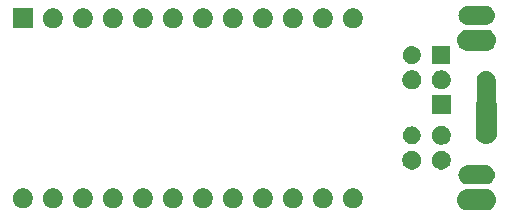
<source format=gbr>
G04 #@! TF.GenerationSoftware,KiCad,Pcbnew,(5.1.0-0)*
G04 #@! TF.CreationDate,2019-03-25T02:14:44+01:00*
G04 #@! TF.ProjectId,adapter,61646170-7465-4722-9e6b-696361645f70,rev?*
G04 #@! TF.SameCoordinates,Original*
G04 #@! TF.FileFunction,Soldermask,Bot*
G04 #@! TF.FilePolarity,Negative*
%FSLAX46Y46*%
G04 Gerber Fmt 4.6, Leading zero omitted, Abs format (unit mm)*
G04 Created by KiCad (PCBNEW (5.1.0-0)) date 2019-03-25 02:14:44*
%MOMM*%
%LPD*%
G04 APERTURE LIST*
%ADD10C,0.100000*%
G04 APERTURE END LIST*
D10*
G36*
X84890443Y-54255519D02*
G01*
X84956627Y-54262037D01*
X85126466Y-54313557D01*
X85282991Y-54397222D01*
X85318729Y-54426552D01*
X85420186Y-54509814D01*
X85503448Y-54611271D01*
X85532778Y-54647009D01*
X85616443Y-54803534D01*
X85667963Y-54973373D01*
X85685359Y-55150000D01*
X85667963Y-55326627D01*
X85616443Y-55496466D01*
X85532778Y-55652991D01*
X85503448Y-55688729D01*
X85420186Y-55790186D01*
X85334754Y-55860297D01*
X85282991Y-55902778D01*
X85126466Y-55986443D01*
X84956627Y-56037963D01*
X84890442Y-56044482D01*
X84824260Y-56051000D01*
X83235740Y-56051000D01*
X83169558Y-56044482D01*
X83103373Y-56037963D01*
X82933534Y-55986443D01*
X82777009Y-55902778D01*
X82725246Y-55860297D01*
X82639814Y-55790186D01*
X82556552Y-55688729D01*
X82527222Y-55652991D01*
X82443557Y-55496466D01*
X82392037Y-55326627D01*
X82374641Y-55150000D01*
X82392037Y-54973373D01*
X82443557Y-54803534D01*
X82527222Y-54647009D01*
X82556552Y-54611271D01*
X82639814Y-54509814D01*
X82741271Y-54426552D01*
X82777009Y-54397222D01*
X82933534Y-54313557D01*
X83103373Y-54262037D01*
X83169557Y-54255519D01*
X83235740Y-54249000D01*
X84824260Y-54249000D01*
X84890443Y-54255519D01*
X84890443Y-54255519D01*
G37*
G36*
X73784228Y-54223703D02*
G01*
X73939100Y-54287853D01*
X74078481Y-54380985D01*
X74197015Y-54499519D01*
X74290147Y-54638900D01*
X74354297Y-54793772D01*
X74387000Y-54958184D01*
X74387000Y-55125816D01*
X74354297Y-55290228D01*
X74290147Y-55445100D01*
X74197015Y-55584481D01*
X74078481Y-55703015D01*
X73939100Y-55796147D01*
X73784228Y-55860297D01*
X73619816Y-55893000D01*
X73452184Y-55893000D01*
X73287772Y-55860297D01*
X73132900Y-55796147D01*
X72993519Y-55703015D01*
X72874985Y-55584481D01*
X72781853Y-55445100D01*
X72717703Y-55290228D01*
X72685000Y-55125816D01*
X72685000Y-54958184D01*
X72717703Y-54793772D01*
X72781853Y-54638900D01*
X72874985Y-54499519D01*
X72993519Y-54380985D01*
X73132900Y-54287853D01*
X73287772Y-54223703D01*
X73452184Y-54191000D01*
X73619816Y-54191000D01*
X73784228Y-54223703D01*
X73784228Y-54223703D01*
G37*
G36*
X71244228Y-54223703D02*
G01*
X71399100Y-54287853D01*
X71538481Y-54380985D01*
X71657015Y-54499519D01*
X71750147Y-54638900D01*
X71814297Y-54793772D01*
X71847000Y-54958184D01*
X71847000Y-55125816D01*
X71814297Y-55290228D01*
X71750147Y-55445100D01*
X71657015Y-55584481D01*
X71538481Y-55703015D01*
X71399100Y-55796147D01*
X71244228Y-55860297D01*
X71079816Y-55893000D01*
X70912184Y-55893000D01*
X70747772Y-55860297D01*
X70592900Y-55796147D01*
X70453519Y-55703015D01*
X70334985Y-55584481D01*
X70241853Y-55445100D01*
X70177703Y-55290228D01*
X70145000Y-55125816D01*
X70145000Y-54958184D01*
X70177703Y-54793772D01*
X70241853Y-54638900D01*
X70334985Y-54499519D01*
X70453519Y-54380985D01*
X70592900Y-54287853D01*
X70747772Y-54223703D01*
X70912184Y-54191000D01*
X71079816Y-54191000D01*
X71244228Y-54223703D01*
X71244228Y-54223703D01*
G37*
G36*
X68704228Y-54223703D02*
G01*
X68859100Y-54287853D01*
X68998481Y-54380985D01*
X69117015Y-54499519D01*
X69210147Y-54638900D01*
X69274297Y-54793772D01*
X69307000Y-54958184D01*
X69307000Y-55125816D01*
X69274297Y-55290228D01*
X69210147Y-55445100D01*
X69117015Y-55584481D01*
X68998481Y-55703015D01*
X68859100Y-55796147D01*
X68704228Y-55860297D01*
X68539816Y-55893000D01*
X68372184Y-55893000D01*
X68207772Y-55860297D01*
X68052900Y-55796147D01*
X67913519Y-55703015D01*
X67794985Y-55584481D01*
X67701853Y-55445100D01*
X67637703Y-55290228D01*
X67605000Y-55125816D01*
X67605000Y-54958184D01*
X67637703Y-54793772D01*
X67701853Y-54638900D01*
X67794985Y-54499519D01*
X67913519Y-54380985D01*
X68052900Y-54287853D01*
X68207772Y-54223703D01*
X68372184Y-54191000D01*
X68539816Y-54191000D01*
X68704228Y-54223703D01*
X68704228Y-54223703D01*
G37*
G36*
X66164228Y-54223703D02*
G01*
X66319100Y-54287853D01*
X66458481Y-54380985D01*
X66577015Y-54499519D01*
X66670147Y-54638900D01*
X66734297Y-54793772D01*
X66767000Y-54958184D01*
X66767000Y-55125816D01*
X66734297Y-55290228D01*
X66670147Y-55445100D01*
X66577015Y-55584481D01*
X66458481Y-55703015D01*
X66319100Y-55796147D01*
X66164228Y-55860297D01*
X65999816Y-55893000D01*
X65832184Y-55893000D01*
X65667772Y-55860297D01*
X65512900Y-55796147D01*
X65373519Y-55703015D01*
X65254985Y-55584481D01*
X65161853Y-55445100D01*
X65097703Y-55290228D01*
X65065000Y-55125816D01*
X65065000Y-54958184D01*
X65097703Y-54793772D01*
X65161853Y-54638900D01*
X65254985Y-54499519D01*
X65373519Y-54380985D01*
X65512900Y-54287853D01*
X65667772Y-54223703D01*
X65832184Y-54191000D01*
X65999816Y-54191000D01*
X66164228Y-54223703D01*
X66164228Y-54223703D01*
G37*
G36*
X63624228Y-54223703D02*
G01*
X63779100Y-54287853D01*
X63918481Y-54380985D01*
X64037015Y-54499519D01*
X64130147Y-54638900D01*
X64194297Y-54793772D01*
X64227000Y-54958184D01*
X64227000Y-55125816D01*
X64194297Y-55290228D01*
X64130147Y-55445100D01*
X64037015Y-55584481D01*
X63918481Y-55703015D01*
X63779100Y-55796147D01*
X63624228Y-55860297D01*
X63459816Y-55893000D01*
X63292184Y-55893000D01*
X63127772Y-55860297D01*
X62972900Y-55796147D01*
X62833519Y-55703015D01*
X62714985Y-55584481D01*
X62621853Y-55445100D01*
X62557703Y-55290228D01*
X62525000Y-55125816D01*
X62525000Y-54958184D01*
X62557703Y-54793772D01*
X62621853Y-54638900D01*
X62714985Y-54499519D01*
X62833519Y-54380985D01*
X62972900Y-54287853D01*
X63127772Y-54223703D01*
X63292184Y-54191000D01*
X63459816Y-54191000D01*
X63624228Y-54223703D01*
X63624228Y-54223703D01*
G37*
G36*
X61084228Y-54223703D02*
G01*
X61239100Y-54287853D01*
X61378481Y-54380985D01*
X61497015Y-54499519D01*
X61590147Y-54638900D01*
X61654297Y-54793772D01*
X61687000Y-54958184D01*
X61687000Y-55125816D01*
X61654297Y-55290228D01*
X61590147Y-55445100D01*
X61497015Y-55584481D01*
X61378481Y-55703015D01*
X61239100Y-55796147D01*
X61084228Y-55860297D01*
X60919816Y-55893000D01*
X60752184Y-55893000D01*
X60587772Y-55860297D01*
X60432900Y-55796147D01*
X60293519Y-55703015D01*
X60174985Y-55584481D01*
X60081853Y-55445100D01*
X60017703Y-55290228D01*
X59985000Y-55125816D01*
X59985000Y-54958184D01*
X60017703Y-54793772D01*
X60081853Y-54638900D01*
X60174985Y-54499519D01*
X60293519Y-54380985D01*
X60432900Y-54287853D01*
X60587772Y-54223703D01*
X60752184Y-54191000D01*
X60919816Y-54191000D01*
X61084228Y-54223703D01*
X61084228Y-54223703D01*
G37*
G36*
X58544228Y-54223703D02*
G01*
X58699100Y-54287853D01*
X58838481Y-54380985D01*
X58957015Y-54499519D01*
X59050147Y-54638900D01*
X59114297Y-54793772D01*
X59147000Y-54958184D01*
X59147000Y-55125816D01*
X59114297Y-55290228D01*
X59050147Y-55445100D01*
X58957015Y-55584481D01*
X58838481Y-55703015D01*
X58699100Y-55796147D01*
X58544228Y-55860297D01*
X58379816Y-55893000D01*
X58212184Y-55893000D01*
X58047772Y-55860297D01*
X57892900Y-55796147D01*
X57753519Y-55703015D01*
X57634985Y-55584481D01*
X57541853Y-55445100D01*
X57477703Y-55290228D01*
X57445000Y-55125816D01*
X57445000Y-54958184D01*
X57477703Y-54793772D01*
X57541853Y-54638900D01*
X57634985Y-54499519D01*
X57753519Y-54380985D01*
X57892900Y-54287853D01*
X58047772Y-54223703D01*
X58212184Y-54191000D01*
X58379816Y-54191000D01*
X58544228Y-54223703D01*
X58544228Y-54223703D01*
G37*
G36*
X56004228Y-54223703D02*
G01*
X56159100Y-54287853D01*
X56298481Y-54380985D01*
X56417015Y-54499519D01*
X56510147Y-54638900D01*
X56574297Y-54793772D01*
X56607000Y-54958184D01*
X56607000Y-55125816D01*
X56574297Y-55290228D01*
X56510147Y-55445100D01*
X56417015Y-55584481D01*
X56298481Y-55703015D01*
X56159100Y-55796147D01*
X56004228Y-55860297D01*
X55839816Y-55893000D01*
X55672184Y-55893000D01*
X55507772Y-55860297D01*
X55352900Y-55796147D01*
X55213519Y-55703015D01*
X55094985Y-55584481D01*
X55001853Y-55445100D01*
X54937703Y-55290228D01*
X54905000Y-55125816D01*
X54905000Y-54958184D01*
X54937703Y-54793772D01*
X55001853Y-54638900D01*
X55094985Y-54499519D01*
X55213519Y-54380985D01*
X55352900Y-54287853D01*
X55507772Y-54223703D01*
X55672184Y-54191000D01*
X55839816Y-54191000D01*
X56004228Y-54223703D01*
X56004228Y-54223703D01*
G37*
G36*
X53464228Y-54223703D02*
G01*
X53619100Y-54287853D01*
X53758481Y-54380985D01*
X53877015Y-54499519D01*
X53970147Y-54638900D01*
X54034297Y-54793772D01*
X54067000Y-54958184D01*
X54067000Y-55125816D01*
X54034297Y-55290228D01*
X53970147Y-55445100D01*
X53877015Y-55584481D01*
X53758481Y-55703015D01*
X53619100Y-55796147D01*
X53464228Y-55860297D01*
X53299816Y-55893000D01*
X53132184Y-55893000D01*
X52967772Y-55860297D01*
X52812900Y-55796147D01*
X52673519Y-55703015D01*
X52554985Y-55584481D01*
X52461853Y-55445100D01*
X52397703Y-55290228D01*
X52365000Y-55125816D01*
X52365000Y-54958184D01*
X52397703Y-54793772D01*
X52461853Y-54638900D01*
X52554985Y-54499519D01*
X52673519Y-54380985D01*
X52812900Y-54287853D01*
X52967772Y-54223703D01*
X53132184Y-54191000D01*
X53299816Y-54191000D01*
X53464228Y-54223703D01*
X53464228Y-54223703D01*
G37*
G36*
X50924228Y-54223703D02*
G01*
X51079100Y-54287853D01*
X51218481Y-54380985D01*
X51337015Y-54499519D01*
X51430147Y-54638900D01*
X51494297Y-54793772D01*
X51527000Y-54958184D01*
X51527000Y-55125816D01*
X51494297Y-55290228D01*
X51430147Y-55445100D01*
X51337015Y-55584481D01*
X51218481Y-55703015D01*
X51079100Y-55796147D01*
X50924228Y-55860297D01*
X50759816Y-55893000D01*
X50592184Y-55893000D01*
X50427772Y-55860297D01*
X50272900Y-55796147D01*
X50133519Y-55703015D01*
X50014985Y-55584481D01*
X49921853Y-55445100D01*
X49857703Y-55290228D01*
X49825000Y-55125816D01*
X49825000Y-54958184D01*
X49857703Y-54793772D01*
X49921853Y-54638900D01*
X50014985Y-54499519D01*
X50133519Y-54380985D01*
X50272900Y-54287853D01*
X50427772Y-54223703D01*
X50592184Y-54191000D01*
X50759816Y-54191000D01*
X50924228Y-54223703D01*
X50924228Y-54223703D01*
G37*
G36*
X48384228Y-54223703D02*
G01*
X48539100Y-54287853D01*
X48678481Y-54380985D01*
X48797015Y-54499519D01*
X48890147Y-54638900D01*
X48954297Y-54793772D01*
X48987000Y-54958184D01*
X48987000Y-55125816D01*
X48954297Y-55290228D01*
X48890147Y-55445100D01*
X48797015Y-55584481D01*
X48678481Y-55703015D01*
X48539100Y-55796147D01*
X48384228Y-55860297D01*
X48219816Y-55893000D01*
X48052184Y-55893000D01*
X47887772Y-55860297D01*
X47732900Y-55796147D01*
X47593519Y-55703015D01*
X47474985Y-55584481D01*
X47381853Y-55445100D01*
X47317703Y-55290228D01*
X47285000Y-55125816D01*
X47285000Y-54958184D01*
X47317703Y-54793772D01*
X47381853Y-54638900D01*
X47474985Y-54499519D01*
X47593519Y-54380985D01*
X47732900Y-54287853D01*
X47887772Y-54223703D01*
X48052184Y-54191000D01*
X48219816Y-54191000D01*
X48384228Y-54223703D01*
X48384228Y-54223703D01*
G37*
G36*
X45844228Y-54223703D02*
G01*
X45999100Y-54287853D01*
X46138481Y-54380985D01*
X46257015Y-54499519D01*
X46350147Y-54638900D01*
X46414297Y-54793772D01*
X46447000Y-54958184D01*
X46447000Y-55125816D01*
X46414297Y-55290228D01*
X46350147Y-55445100D01*
X46257015Y-55584481D01*
X46138481Y-55703015D01*
X45999100Y-55796147D01*
X45844228Y-55860297D01*
X45679816Y-55893000D01*
X45512184Y-55893000D01*
X45347772Y-55860297D01*
X45192900Y-55796147D01*
X45053519Y-55703015D01*
X44934985Y-55584481D01*
X44841853Y-55445100D01*
X44777703Y-55290228D01*
X44745000Y-55125816D01*
X44745000Y-54958184D01*
X44777703Y-54793772D01*
X44841853Y-54638900D01*
X44934985Y-54499519D01*
X45053519Y-54380985D01*
X45192900Y-54287853D01*
X45347772Y-54223703D01*
X45512184Y-54191000D01*
X45679816Y-54191000D01*
X45844228Y-54223703D01*
X45844228Y-54223703D01*
G37*
G36*
X84858571Y-52252863D02*
G01*
X84937023Y-52260590D01*
X85037682Y-52291125D01*
X85088013Y-52306392D01*
X85227165Y-52380771D01*
X85349133Y-52480867D01*
X85449229Y-52602835D01*
X85523608Y-52741987D01*
X85523608Y-52741988D01*
X85569410Y-52892977D01*
X85584875Y-53050000D01*
X85569410Y-53207023D01*
X85538875Y-53307682D01*
X85523608Y-53358013D01*
X85449229Y-53497165D01*
X85349133Y-53619133D01*
X85227165Y-53719229D01*
X85088013Y-53793608D01*
X85037682Y-53808875D01*
X84937023Y-53839410D01*
X84858571Y-53847137D01*
X84819346Y-53851000D01*
X83240654Y-53851000D01*
X83201429Y-53847137D01*
X83122977Y-53839410D01*
X83022318Y-53808875D01*
X82971987Y-53793608D01*
X82832835Y-53719229D01*
X82710867Y-53619133D01*
X82610771Y-53497165D01*
X82536392Y-53358013D01*
X82521125Y-53307682D01*
X82490590Y-53207023D01*
X82475125Y-53050000D01*
X82490590Y-52892977D01*
X82536392Y-52741988D01*
X82536392Y-52741987D01*
X82610771Y-52602835D01*
X82710867Y-52480867D01*
X82832835Y-52380771D01*
X82971987Y-52306392D01*
X83022318Y-52291125D01*
X83122977Y-52260590D01*
X83201429Y-52252863D01*
X83240654Y-52249000D01*
X84819346Y-52249000D01*
X84858571Y-52252863D01*
X84858571Y-52252863D01*
G37*
G36*
X78764810Y-51025935D02*
G01*
X78911309Y-51086617D01*
X78911310Y-51086618D01*
X79043158Y-51174716D01*
X79155284Y-51286842D01*
X79155285Y-51286844D01*
X79243383Y-51418691D01*
X79304065Y-51565190D01*
X79335000Y-51720713D01*
X79335000Y-51879287D01*
X79304065Y-52034810D01*
X79243383Y-52181309D01*
X79243382Y-52181310D01*
X79155284Y-52313158D01*
X79043158Y-52425284D01*
X78976785Y-52469633D01*
X78911309Y-52513383D01*
X78764810Y-52574065D01*
X78609287Y-52605000D01*
X78450713Y-52605000D01*
X78295190Y-52574065D01*
X78148691Y-52513383D01*
X78083215Y-52469633D01*
X78016842Y-52425284D01*
X77904716Y-52313158D01*
X77816618Y-52181310D01*
X77816617Y-52181309D01*
X77755935Y-52034810D01*
X77725000Y-51879287D01*
X77725000Y-51720713D01*
X77755935Y-51565190D01*
X77816617Y-51418691D01*
X77904715Y-51286844D01*
X77904716Y-51286842D01*
X78016842Y-51174716D01*
X78148690Y-51086618D01*
X78148691Y-51086617D01*
X78295190Y-51025935D01*
X78450713Y-50995000D01*
X78609287Y-50995000D01*
X78764810Y-51025935D01*
X78764810Y-51025935D01*
G37*
G36*
X81264810Y-51025935D02*
G01*
X81411309Y-51086617D01*
X81411310Y-51086618D01*
X81543158Y-51174716D01*
X81655284Y-51286842D01*
X81655285Y-51286844D01*
X81743383Y-51418691D01*
X81804065Y-51565190D01*
X81835000Y-51720713D01*
X81835000Y-51879287D01*
X81804065Y-52034810D01*
X81743383Y-52181309D01*
X81743382Y-52181310D01*
X81655284Y-52313158D01*
X81543158Y-52425284D01*
X81476785Y-52469633D01*
X81411309Y-52513383D01*
X81264810Y-52574065D01*
X81109287Y-52605000D01*
X80950713Y-52605000D01*
X80795190Y-52574065D01*
X80648691Y-52513383D01*
X80583215Y-52469633D01*
X80516842Y-52425284D01*
X80404716Y-52313158D01*
X80316618Y-52181310D01*
X80316617Y-52181309D01*
X80255935Y-52034810D01*
X80225000Y-51879287D01*
X80225000Y-51720713D01*
X80255935Y-51565190D01*
X80316617Y-51418691D01*
X80404715Y-51286844D01*
X80404716Y-51286842D01*
X80516842Y-51174716D01*
X80648690Y-51086618D01*
X80648691Y-51086617D01*
X80795190Y-51025935D01*
X80950713Y-50995000D01*
X81109287Y-50995000D01*
X81264810Y-51025935D01*
X81264810Y-51025935D01*
G37*
G36*
X81264810Y-48925935D02*
G01*
X81411309Y-48986617D01*
X81411310Y-48986618D01*
X81543158Y-49074716D01*
X81655284Y-49186842D01*
X81699633Y-49253215D01*
X81743383Y-49318691D01*
X81804065Y-49465190D01*
X81835000Y-49620713D01*
X81835000Y-49779287D01*
X81804065Y-49934810D01*
X81743383Y-50081309D01*
X81743382Y-50081310D01*
X81655284Y-50213158D01*
X81543158Y-50325284D01*
X81477625Y-50369072D01*
X81411309Y-50413383D01*
X81264810Y-50474065D01*
X81109287Y-50505000D01*
X80950713Y-50505000D01*
X80795190Y-50474065D01*
X80648691Y-50413383D01*
X80582375Y-50369072D01*
X80516842Y-50325284D01*
X80404716Y-50213158D01*
X80316618Y-50081310D01*
X80316617Y-50081309D01*
X80255935Y-49934810D01*
X80225000Y-49779287D01*
X80225000Y-49620713D01*
X80255935Y-49465190D01*
X80316617Y-49318691D01*
X80360367Y-49253215D01*
X80404716Y-49186842D01*
X80516842Y-49074716D01*
X80648690Y-48986618D01*
X80648691Y-48986617D01*
X80795190Y-48925935D01*
X80950713Y-48895000D01*
X81109287Y-48895000D01*
X81264810Y-48925935D01*
X81264810Y-48925935D01*
G37*
G36*
X84987023Y-44260590D02*
G01*
X85072826Y-44286618D01*
X85138013Y-44306392D01*
X85277165Y-44380771D01*
X85399133Y-44480867D01*
X85499229Y-44602835D01*
X85573608Y-44741987D01*
X85573608Y-44741988D01*
X85619410Y-44892977D01*
X85619410Y-44892979D01*
X85631000Y-45010654D01*
X85631000Y-46805915D01*
X85633402Y-46830301D01*
X85640515Y-46853750D01*
X85645756Y-46864832D01*
X85666443Y-46903534D01*
X85717963Y-47073373D01*
X85717963Y-47073375D01*
X85731000Y-47205740D01*
X85731000Y-49594260D01*
X85728394Y-49620714D01*
X85717963Y-49726627D01*
X85666443Y-49896465D01*
X85666442Y-49896468D01*
X85645948Y-49934810D01*
X85582778Y-50052991D01*
X85578974Y-50057626D01*
X85470186Y-50190186D01*
X85332989Y-50302779D01*
X85290885Y-50325284D01*
X85176465Y-50386443D01*
X85006626Y-50437963D01*
X84830000Y-50455359D01*
X84653373Y-50437963D01*
X84483534Y-50386443D01*
X84327009Y-50302778D01*
X84291271Y-50273448D01*
X84189814Y-50190186D01*
X84077221Y-50052989D01*
X83993558Y-49896467D01*
X83958012Y-49779287D01*
X83942037Y-49726626D01*
X83929000Y-49594257D01*
X83929001Y-47205742D01*
X83942038Y-47073373D01*
X83993558Y-46903534D01*
X83993559Y-46903531D01*
X84014240Y-46864840D01*
X84023618Y-46842201D01*
X84029000Y-46805916D01*
X84029001Y-45010654D01*
X84040591Y-44892979D01*
X84040591Y-44892977D01*
X84086393Y-44741988D01*
X84086393Y-44741987D01*
X84160772Y-44602835D01*
X84260868Y-44480867D01*
X84382836Y-44380771D01*
X84521988Y-44306392D01*
X84587175Y-44286618D01*
X84672978Y-44260590D01*
X84830000Y-44245125D01*
X84987023Y-44260590D01*
X84987023Y-44260590D01*
G37*
G36*
X78677293Y-48959507D02*
G01*
X78750225Y-48974014D01*
X78807138Y-48997588D01*
X78887626Y-49030927D01*
X79011284Y-49113553D01*
X79116447Y-49218716D01*
X79199073Y-49342374D01*
X79232412Y-49422862D01*
X79249945Y-49465190D01*
X79255986Y-49479776D01*
X79285000Y-49625638D01*
X79285000Y-49774362D01*
X79284020Y-49779287D01*
X79255986Y-49920225D01*
X79232412Y-49977138D01*
X79199073Y-50057626D01*
X79116447Y-50181284D01*
X79011284Y-50286447D01*
X78887626Y-50369073D01*
X78807138Y-50402412D01*
X78750225Y-50425986D01*
X78690012Y-50437963D01*
X78604362Y-50455000D01*
X78455638Y-50455000D01*
X78369988Y-50437963D01*
X78309775Y-50425986D01*
X78252862Y-50402412D01*
X78172374Y-50369073D01*
X78048716Y-50286447D01*
X77943553Y-50181284D01*
X77860927Y-50057626D01*
X77827588Y-49977138D01*
X77804014Y-49920225D01*
X77775980Y-49779287D01*
X77775000Y-49774362D01*
X77775000Y-49625638D01*
X77804014Y-49479776D01*
X77810056Y-49465190D01*
X77827588Y-49422862D01*
X77860927Y-49342374D01*
X77943553Y-49218716D01*
X78048716Y-49113553D01*
X78172374Y-49030927D01*
X78252862Y-48997588D01*
X78309775Y-48974014D01*
X78382707Y-48959507D01*
X78455638Y-48945000D01*
X78604362Y-48945000D01*
X78677293Y-48959507D01*
X78677293Y-48959507D01*
G37*
G36*
X81835000Y-47905000D02*
G01*
X80225000Y-47905000D01*
X80225000Y-46295000D01*
X81835000Y-46295000D01*
X81835000Y-47905000D01*
X81835000Y-47905000D01*
G37*
G36*
X81264810Y-44225935D02*
G01*
X81411309Y-44286617D01*
X81411310Y-44286618D01*
X81543158Y-44374716D01*
X81655284Y-44486842D01*
X81655285Y-44486844D01*
X81743383Y-44618691D01*
X81804065Y-44765190D01*
X81835000Y-44920713D01*
X81835000Y-45079287D01*
X81804065Y-45234810D01*
X81743383Y-45381309D01*
X81743382Y-45381310D01*
X81655284Y-45513158D01*
X81543158Y-45625284D01*
X81476785Y-45669633D01*
X81411309Y-45713383D01*
X81264810Y-45774065D01*
X81109287Y-45805000D01*
X80950713Y-45805000D01*
X80795190Y-45774065D01*
X80648691Y-45713383D01*
X80583215Y-45669633D01*
X80516842Y-45625284D01*
X80404716Y-45513158D01*
X80316618Y-45381310D01*
X80316617Y-45381309D01*
X80255935Y-45234810D01*
X80225000Y-45079287D01*
X80225000Y-44920713D01*
X80255935Y-44765190D01*
X80316617Y-44618691D01*
X80404715Y-44486844D01*
X80404716Y-44486842D01*
X80516842Y-44374716D01*
X80648690Y-44286618D01*
X80648691Y-44286617D01*
X80795190Y-44225935D01*
X80950713Y-44195000D01*
X81109287Y-44195000D01*
X81264810Y-44225935D01*
X81264810Y-44225935D01*
G37*
G36*
X78764810Y-44225935D02*
G01*
X78911309Y-44286617D01*
X78911310Y-44286618D01*
X79043158Y-44374716D01*
X79155284Y-44486842D01*
X79155285Y-44486844D01*
X79243383Y-44618691D01*
X79304065Y-44765190D01*
X79335000Y-44920713D01*
X79335000Y-45079287D01*
X79304065Y-45234810D01*
X79243383Y-45381309D01*
X79243382Y-45381310D01*
X79155284Y-45513158D01*
X79043158Y-45625284D01*
X78976785Y-45669633D01*
X78911309Y-45713383D01*
X78764810Y-45774065D01*
X78609287Y-45805000D01*
X78450713Y-45805000D01*
X78295190Y-45774065D01*
X78148691Y-45713383D01*
X78083215Y-45669633D01*
X78016842Y-45625284D01*
X77904716Y-45513158D01*
X77816618Y-45381310D01*
X77816617Y-45381309D01*
X77755935Y-45234810D01*
X77725000Y-45079287D01*
X77725000Y-44920713D01*
X77755935Y-44765190D01*
X77816617Y-44618691D01*
X77904715Y-44486844D01*
X77904716Y-44486842D01*
X78016842Y-44374716D01*
X78148690Y-44286618D01*
X78148691Y-44286617D01*
X78295190Y-44225935D01*
X78450713Y-44195000D01*
X78609287Y-44195000D01*
X78764810Y-44225935D01*
X78764810Y-44225935D01*
G37*
G36*
X81785000Y-43655000D02*
G01*
X80275000Y-43655000D01*
X80275000Y-42145000D01*
X81785000Y-42145000D01*
X81785000Y-43655000D01*
X81785000Y-43655000D01*
G37*
G36*
X78644525Y-42152989D02*
G01*
X78750225Y-42174014D01*
X78807138Y-42197588D01*
X78887626Y-42230927D01*
X79011284Y-42313553D01*
X79116447Y-42418716D01*
X79199073Y-42542374D01*
X79255986Y-42679776D01*
X79285000Y-42825638D01*
X79285000Y-42974362D01*
X79255986Y-43120224D01*
X79199073Y-43257626D01*
X79116447Y-43381284D01*
X79011284Y-43486447D01*
X78887626Y-43569073D01*
X78807138Y-43602412D01*
X78750225Y-43625986D01*
X78677293Y-43640493D01*
X78604362Y-43655000D01*
X78455638Y-43655000D01*
X78382707Y-43640493D01*
X78309775Y-43625986D01*
X78252862Y-43602412D01*
X78172374Y-43569073D01*
X78048716Y-43486447D01*
X77943553Y-43381284D01*
X77860927Y-43257626D01*
X77804014Y-43120224D01*
X77775000Y-42974362D01*
X77775000Y-42825638D01*
X77804014Y-42679776D01*
X77860927Y-42542374D01*
X77943553Y-42418716D01*
X78048716Y-42313553D01*
X78172374Y-42230927D01*
X78252862Y-42197588D01*
X78309775Y-42174014D01*
X78415475Y-42152989D01*
X78455638Y-42145000D01*
X78604362Y-42145000D01*
X78644525Y-42152989D01*
X78644525Y-42152989D01*
G37*
G36*
X84890443Y-40755519D02*
G01*
X84956627Y-40762037D01*
X85126466Y-40813557D01*
X85282991Y-40897222D01*
X85318729Y-40926552D01*
X85420186Y-41009814D01*
X85503448Y-41111271D01*
X85532778Y-41147009D01*
X85616443Y-41303534D01*
X85667963Y-41473373D01*
X85685359Y-41650000D01*
X85667963Y-41826627D01*
X85616443Y-41996466D01*
X85532778Y-42152991D01*
X85503448Y-42188729D01*
X85420186Y-42290186D01*
X85318729Y-42373448D01*
X85282991Y-42402778D01*
X85126466Y-42486443D01*
X84956627Y-42537963D01*
X84890442Y-42544482D01*
X84824260Y-42551000D01*
X83235740Y-42551000D01*
X83169558Y-42544482D01*
X83103373Y-42537963D01*
X82933534Y-42486443D01*
X82777009Y-42402778D01*
X82741271Y-42373448D01*
X82639814Y-42290186D01*
X82556552Y-42188729D01*
X82527222Y-42152991D01*
X82443557Y-41996466D01*
X82392037Y-41826627D01*
X82374641Y-41650000D01*
X82392037Y-41473373D01*
X82443557Y-41303534D01*
X82527222Y-41147009D01*
X82556552Y-41111271D01*
X82639814Y-41009814D01*
X82741271Y-40926552D01*
X82777009Y-40897222D01*
X82933534Y-40813557D01*
X83103373Y-40762037D01*
X83169557Y-40755519D01*
X83235740Y-40749000D01*
X84824260Y-40749000D01*
X84890443Y-40755519D01*
X84890443Y-40755519D01*
G37*
G36*
X71244228Y-38983703D02*
G01*
X71399100Y-39047853D01*
X71538481Y-39140985D01*
X71657015Y-39259519D01*
X71750147Y-39398900D01*
X71814297Y-39553772D01*
X71847000Y-39718184D01*
X71847000Y-39885816D01*
X71814297Y-40050228D01*
X71750147Y-40205100D01*
X71657015Y-40344481D01*
X71538481Y-40463015D01*
X71399100Y-40556147D01*
X71244228Y-40620297D01*
X71079816Y-40653000D01*
X70912184Y-40653000D01*
X70747772Y-40620297D01*
X70592900Y-40556147D01*
X70453519Y-40463015D01*
X70334985Y-40344481D01*
X70241853Y-40205100D01*
X70177703Y-40050228D01*
X70145000Y-39885816D01*
X70145000Y-39718184D01*
X70177703Y-39553772D01*
X70241853Y-39398900D01*
X70334985Y-39259519D01*
X70453519Y-39140985D01*
X70592900Y-39047853D01*
X70747772Y-38983703D01*
X70912184Y-38951000D01*
X71079816Y-38951000D01*
X71244228Y-38983703D01*
X71244228Y-38983703D01*
G37*
G36*
X46447000Y-40653000D02*
G01*
X44745000Y-40653000D01*
X44745000Y-38951000D01*
X46447000Y-38951000D01*
X46447000Y-40653000D01*
X46447000Y-40653000D01*
G37*
G36*
X73784228Y-38983703D02*
G01*
X73939100Y-39047853D01*
X74078481Y-39140985D01*
X74197015Y-39259519D01*
X74290147Y-39398900D01*
X74354297Y-39553772D01*
X74387000Y-39718184D01*
X74387000Y-39885816D01*
X74354297Y-40050228D01*
X74290147Y-40205100D01*
X74197015Y-40344481D01*
X74078481Y-40463015D01*
X73939100Y-40556147D01*
X73784228Y-40620297D01*
X73619816Y-40653000D01*
X73452184Y-40653000D01*
X73287772Y-40620297D01*
X73132900Y-40556147D01*
X72993519Y-40463015D01*
X72874985Y-40344481D01*
X72781853Y-40205100D01*
X72717703Y-40050228D01*
X72685000Y-39885816D01*
X72685000Y-39718184D01*
X72717703Y-39553772D01*
X72781853Y-39398900D01*
X72874985Y-39259519D01*
X72993519Y-39140985D01*
X73132900Y-39047853D01*
X73287772Y-38983703D01*
X73452184Y-38951000D01*
X73619816Y-38951000D01*
X73784228Y-38983703D01*
X73784228Y-38983703D01*
G37*
G36*
X68704228Y-38983703D02*
G01*
X68859100Y-39047853D01*
X68998481Y-39140985D01*
X69117015Y-39259519D01*
X69210147Y-39398900D01*
X69274297Y-39553772D01*
X69307000Y-39718184D01*
X69307000Y-39885816D01*
X69274297Y-40050228D01*
X69210147Y-40205100D01*
X69117015Y-40344481D01*
X68998481Y-40463015D01*
X68859100Y-40556147D01*
X68704228Y-40620297D01*
X68539816Y-40653000D01*
X68372184Y-40653000D01*
X68207772Y-40620297D01*
X68052900Y-40556147D01*
X67913519Y-40463015D01*
X67794985Y-40344481D01*
X67701853Y-40205100D01*
X67637703Y-40050228D01*
X67605000Y-39885816D01*
X67605000Y-39718184D01*
X67637703Y-39553772D01*
X67701853Y-39398900D01*
X67794985Y-39259519D01*
X67913519Y-39140985D01*
X68052900Y-39047853D01*
X68207772Y-38983703D01*
X68372184Y-38951000D01*
X68539816Y-38951000D01*
X68704228Y-38983703D01*
X68704228Y-38983703D01*
G37*
G36*
X66164228Y-38983703D02*
G01*
X66319100Y-39047853D01*
X66458481Y-39140985D01*
X66577015Y-39259519D01*
X66670147Y-39398900D01*
X66734297Y-39553772D01*
X66767000Y-39718184D01*
X66767000Y-39885816D01*
X66734297Y-40050228D01*
X66670147Y-40205100D01*
X66577015Y-40344481D01*
X66458481Y-40463015D01*
X66319100Y-40556147D01*
X66164228Y-40620297D01*
X65999816Y-40653000D01*
X65832184Y-40653000D01*
X65667772Y-40620297D01*
X65512900Y-40556147D01*
X65373519Y-40463015D01*
X65254985Y-40344481D01*
X65161853Y-40205100D01*
X65097703Y-40050228D01*
X65065000Y-39885816D01*
X65065000Y-39718184D01*
X65097703Y-39553772D01*
X65161853Y-39398900D01*
X65254985Y-39259519D01*
X65373519Y-39140985D01*
X65512900Y-39047853D01*
X65667772Y-38983703D01*
X65832184Y-38951000D01*
X65999816Y-38951000D01*
X66164228Y-38983703D01*
X66164228Y-38983703D01*
G37*
G36*
X48384228Y-38983703D02*
G01*
X48539100Y-39047853D01*
X48678481Y-39140985D01*
X48797015Y-39259519D01*
X48890147Y-39398900D01*
X48954297Y-39553772D01*
X48987000Y-39718184D01*
X48987000Y-39885816D01*
X48954297Y-40050228D01*
X48890147Y-40205100D01*
X48797015Y-40344481D01*
X48678481Y-40463015D01*
X48539100Y-40556147D01*
X48384228Y-40620297D01*
X48219816Y-40653000D01*
X48052184Y-40653000D01*
X47887772Y-40620297D01*
X47732900Y-40556147D01*
X47593519Y-40463015D01*
X47474985Y-40344481D01*
X47381853Y-40205100D01*
X47317703Y-40050228D01*
X47285000Y-39885816D01*
X47285000Y-39718184D01*
X47317703Y-39553772D01*
X47381853Y-39398900D01*
X47474985Y-39259519D01*
X47593519Y-39140985D01*
X47732900Y-39047853D01*
X47887772Y-38983703D01*
X48052184Y-38951000D01*
X48219816Y-38951000D01*
X48384228Y-38983703D01*
X48384228Y-38983703D01*
G37*
G36*
X50924228Y-38983703D02*
G01*
X51079100Y-39047853D01*
X51218481Y-39140985D01*
X51337015Y-39259519D01*
X51430147Y-39398900D01*
X51494297Y-39553772D01*
X51527000Y-39718184D01*
X51527000Y-39885816D01*
X51494297Y-40050228D01*
X51430147Y-40205100D01*
X51337015Y-40344481D01*
X51218481Y-40463015D01*
X51079100Y-40556147D01*
X50924228Y-40620297D01*
X50759816Y-40653000D01*
X50592184Y-40653000D01*
X50427772Y-40620297D01*
X50272900Y-40556147D01*
X50133519Y-40463015D01*
X50014985Y-40344481D01*
X49921853Y-40205100D01*
X49857703Y-40050228D01*
X49825000Y-39885816D01*
X49825000Y-39718184D01*
X49857703Y-39553772D01*
X49921853Y-39398900D01*
X50014985Y-39259519D01*
X50133519Y-39140985D01*
X50272900Y-39047853D01*
X50427772Y-38983703D01*
X50592184Y-38951000D01*
X50759816Y-38951000D01*
X50924228Y-38983703D01*
X50924228Y-38983703D01*
G37*
G36*
X53464228Y-38983703D02*
G01*
X53619100Y-39047853D01*
X53758481Y-39140985D01*
X53877015Y-39259519D01*
X53970147Y-39398900D01*
X54034297Y-39553772D01*
X54067000Y-39718184D01*
X54067000Y-39885816D01*
X54034297Y-40050228D01*
X53970147Y-40205100D01*
X53877015Y-40344481D01*
X53758481Y-40463015D01*
X53619100Y-40556147D01*
X53464228Y-40620297D01*
X53299816Y-40653000D01*
X53132184Y-40653000D01*
X52967772Y-40620297D01*
X52812900Y-40556147D01*
X52673519Y-40463015D01*
X52554985Y-40344481D01*
X52461853Y-40205100D01*
X52397703Y-40050228D01*
X52365000Y-39885816D01*
X52365000Y-39718184D01*
X52397703Y-39553772D01*
X52461853Y-39398900D01*
X52554985Y-39259519D01*
X52673519Y-39140985D01*
X52812900Y-39047853D01*
X52967772Y-38983703D01*
X53132184Y-38951000D01*
X53299816Y-38951000D01*
X53464228Y-38983703D01*
X53464228Y-38983703D01*
G37*
G36*
X56004228Y-38983703D02*
G01*
X56159100Y-39047853D01*
X56298481Y-39140985D01*
X56417015Y-39259519D01*
X56510147Y-39398900D01*
X56574297Y-39553772D01*
X56607000Y-39718184D01*
X56607000Y-39885816D01*
X56574297Y-40050228D01*
X56510147Y-40205100D01*
X56417015Y-40344481D01*
X56298481Y-40463015D01*
X56159100Y-40556147D01*
X56004228Y-40620297D01*
X55839816Y-40653000D01*
X55672184Y-40653000D01*
X55507772Y-40620297D01*
X55352900Y-40556147D01*
X55213519Y-40463015D01*
X55094985Y-40344481D01*
X55001853Y-40205100D01*
X54937703Y-40050228D01*
X54905000Y-39885816D01*
X54905000Y-39718184D01*
X54937703Y-39553772D01*
X55001853Y-39398900D01*
X55094985Y-39259519D01*
X55213519Y-39140985D01*
X55352900Y-39047853D01*
X55507772Y-38983703D01*
X55672184Y-38951000D01*
X55839816Y-38951000D01*
X56004228Y-38983703D01*
X56004228Y-38983703D01*
G37*
G36*
X58544228Y-38983703D02*
G01*
X58699100Y-39047853D01*
X58838481Y-39140985D01*
X58957015Y-39259519D01*
X59050147Y-39398900D01*
X59114297Y-39553772D01*
X59147000Y-39718184D01*
X59147000Y-39885816D01*
X59114297Y-40050228D01*
X59050147Y-40205100D01*
X58957015Y-40344481D01*
X58838481Y-40463015D01*
X58699100Y-40556147D01*
X58544228Y-40620297D01*
X58379816Y-40653000D01*
X58212184Y-40653000D01*
X58047772Y-40620297D01*
X57892900Y-40556147D01*
X57753519Y-40463015D01*
X57634985Y-40344481D01*
X57541853Y-40205100D01*
X57477703Y-40050228D01*
X57445000Y-39885816D01*
X57445000Y-39718184D01*
X57477703Y-39553772D01*
X57541853Y-39398900D01*
X57634985Y-39259519D01*
X57753519Y-39140985D01*
X57892900Y-39047853D01*
X58047772Y-38983703D01*
X58212184Y-38951000D01*
X58379816Y-38951000D01*
X58544228Y-38983703D01*
X58544228Y-38983703D01*
G37*
G36*
X61084228Y-38983703D02*
G01*
X61239100Y-39047853D01*
X61378481Y-39140985D01*
X61497015Y-39259519D01*
X61590147Y-39398900D01*
X61654297Y-39553772D01*
X61687000Y-39718184D01*
X61687000Y-39885816D01*
X61654297Y-40050228D01*
X61590147Y-40205100D01*
X61497015Y-40344481D01*
X61378481Y-40463015D01*
X61239100Y-40556147D01*
X61084228Y-40620297D01*
X60919816Y-40653000D01*
X60752184Y-40653000D01*
X60587772Y-40620297D01*
X60432900Y-40556147D01*
X60293519Y-40463015D01*
X60174985Y-40344481D01*
X60081853Y-40205100D01*
X60017703Y-40050228D01*
X59985000Y-39885816D01*
X59985000Y-39718184D01*
X60017703Y-39553772D01*
X60081853Y-39398900D01*
X60174985Y-39259519D01*
X60293519Y-39140985D01*
X60432900Y-39047853D01*
X60587772Y-38983703D01*
X60752184Y-38951000D01*
X60919816Y-38951000D01*
X61084228Y-38983703D01*
X61084228Y-38983703D01*
G37*
G36*
X63624228Y-38983703D02*
G01*
X63779100Y-39047853D01*
X63918481Y-39140985D01*
X64037015Y-39259519D01*
X64130147Y-39398900D01*
X64194297Y-39553772D01*
X64227000Y-39718184D01*
X64227000Y-39885816D01*
X64194297Y-40050228D01*
X64130147Y-40205100D01*
X64037015Y-40344481D01*
X63918481Y-40463015D01*
X63779100Y-40556147D01*
X63624228Y-40620297D01*
X63459816Y-40653000D01*
X63292184Y-40653000D01*
X63127772Y-40620297D01*
X62972900Y-40556147D01*
X62833519Y-40463015D01*
X62714985Y-40344481D01*
X62621853Y-40205100D01*
X62557703Y-40050228D01*
X62525000Y-39885816D01*
X62525000Y-39718184D01*
X62557703Y-39553772D01*
X62621853Y-39398900D01*
X62714985Y-39259519D01*
X62833519Y-39140985D01*
X62972900Y-39047853D01*
X63127772Y-38983703D01*
X63292184Y-38951000D01*
X63459816Y-38951000D01*
X63624228Y-38983703D01*
X63624228Y-38983703D01*
G37*
G36*
X84858571Y-38752863D02*
G01*
X84937023Y-38760590D01*
X85037682Y-38791125D01*
X85088013Y-38806392D01*
X85227165Y-38880771D01*
X85349133Y-38980867D01*
X85449229Y-39102835D01*
X85523608Y-39241987D01*
X85523608Y-39241988D01*
X85569410Y-39392977D01*
X85584875Y-39550000D01*
X85569410Y-39707023D01*
X85566024Y-39718184D01*
X85523608Y-39858013D01*
X85449229Y-39997165D01*
X85349133Y-40119133D01*
X85227165Y-40219229D01*
X85088013Y-40293608D01*
X85037682Y-40308875D01*
X84937023Y-40339410D01*
X84858571Y-40347137D01*
X84819346Y-40351000D01*
X83240654Y-40351000D01*
X83201429Y-40347137D01*
X83122977Y-40339410D01*
X83022318Y-40308875D01*
X82971987Y-40293608D01*
X82832835Y-40219229D01*
X82710867Y-40119133D01*
X82610771Y-39997165D01*
X82536392Y-39858013D01*
X82493976Y-39718184D01*
X82490590Y-39707023D01*
X82475125Y-39550000D01*
X82490590Y-39392977D01*
X82536392Y-39241988D01*
X82536392Y-39241987D01*
X82610771Y-39102835D01*
X82710867Y-38980867D01*
X82832835Y-38880771D01*
X82971987Y-38806392D01*
X83022318Y-38791125D01*
X83122977Y-38760590D01*
X83201429Y-38752863D01*
X83240654Y-38749000D01*
X84819346Y-38749000D01*
X84858571Y-38752863D01*
X84858571Y-38752863D01*
G37*
M02*

</source>
